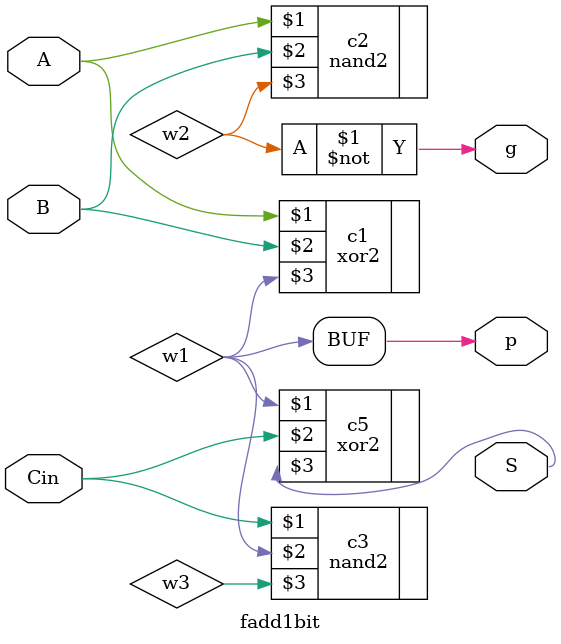
<source format=v>
module fadd1bit (A, B, Cin, S, p,g);
	input A;
	input B;
	input Cin;
	output S;
	output p;
	output g; 
	wire w1;
	wire w2;
	wire w3;

	xor2 c1(A, B, w1);
	nand2 c2(A, B, w2);
	nand2 c3(Cin, w1, w3);
	xor2 c5(w1, Cin, S);
	assign p = w1;
	assign g = ~w2;
   
endmodule 

</source>
